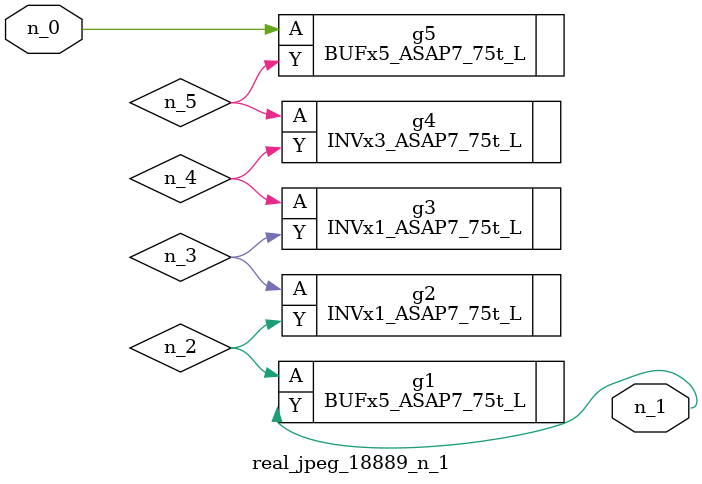
<source format=v>
module real_jpeg_18889_n_1 (n_0, n_1);

input n_0;

output n_1;

wire n_5;
wire n_4;
wire n_2;
wire n_3;

BUFx5_ASAP7_75t_L g5 ( 
.A(n_0),
.Y(n_5)
);

BUFx5_ASAP7_75t_L g1 ( 
.A(n_2),
.Y(n_1)
);

INVx1_ASAP7_75t_L g2 ( 
.A(n_3),
.Y(n_2)
);

INVx1_ASAP7_75t_L g3 ( 
.A(n_4),
.Y(n_3)
);

INVx3_ASAP7_75t_L g4 ( 
.A(n_5),
.Y(n_4)
);


endmodule
</source>
